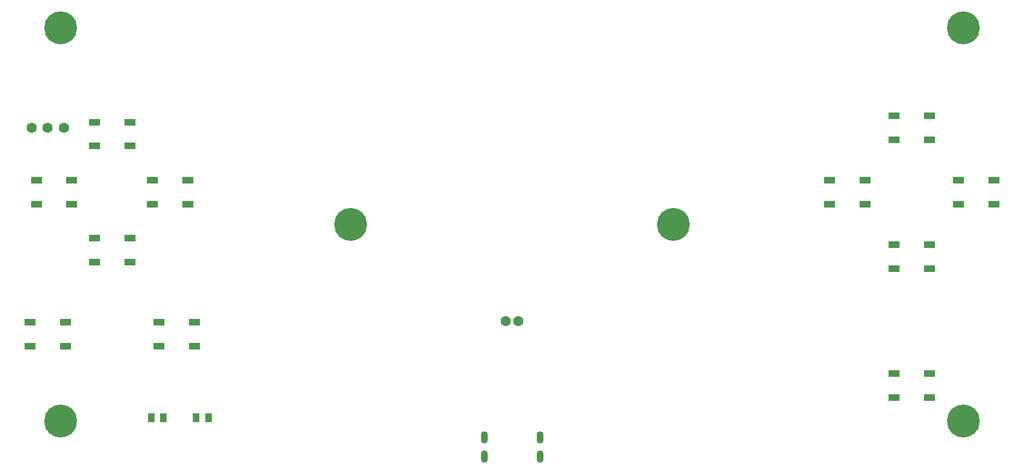
<source format=gts>
%TF.GenerationSoftware,KiCad,Pcbnew,9.0.7*%
%TF.CreationDate,2026-02-12T07:24:45+00:00*%
%TF.ProjectId,esp32-emu-turbo,65737033-322d-4656-9d75-2d747572626f,rev?*%
%TF.SameCoordinates,Original*%
%TF.FileFunction,Soldermask,Top*%
%TF.FilePolarity,Negative*%
%FSLAX46Y46*%
G04 Gerber Fmt 4.6, Leading zero omitted, Abs format (unit mm)*
G04 Created by KiCad (PCBNEW 9.0.7) date 2026-02-12 07:24:45*
%MOMM*%
%LPD*%
G01*
G04 APERTURE LIST*
G04 Aperture macros list*
%AMRoundRect*
0 Rectangle with rounded corners*
0 $1 Rounding radius*
0 $2 $3 $4 $5 $6 $7 $8 $9 X,Y pos of 4 corners*
0 Add a 4 corners polygon primitive as box body*
4,1,4,$2,$3,$4,$5,$6,$7,$8,$9,$2,$3,0*
0 Add four circle primitives for the rounded corners*
1,1,$1+$1,$2,$3*
1,1,$1+$1,$4,$5*
1,1,$1+$1,$6,$7*
1,1,$1+$1,$8,$9*
0 Add four rect primitives between the rounded corners*
20,1,$1+$1,$2,$3,$4,$5,0*
20,1,$1+$1,$4,$5,$6,$7,0*
20,1,$1+$1,$6,$7,$8,$9,0*
20,1,$1+$1,$8,$9,$2,$3,0*%
G04 Aperture macros list end*
%ADD10C,5.100000*%
%ADD11RoundRect,0.050000X-0.800000X-0.500000X0.800000X-0.500000X0.800000X0.500000X-0.800000X0.500000X0*%
%ADD12RoundRect,0.050000X-0.500000X-0.650000X0.500000X-0.650000X0.500000X0.650000X-0.500000X0.650000X0*%
%ADD13O,1.100000X1.900000*%
%ADD14C,1.600000*%
G04 APERTURE END LIST*
D10*
%TO.C,*%
X10000000Y-7000000D03*
%TD*%
%TO.C,*%
X150000000Y-7000000D03*
%TD*%
%TO.C,*%
X10000000Y-68000000D03*
%TD*%
%TO.C,*%
X150000000Y-68000000D03*
%TD*%
%TO.C,*%
X55000000Y-37500000D03*
%TD*%
%TO.C,*%
X105000000Y-37500000D03*
%TD*%
D11*
%TO.C,SW1*%
X15250000Y-21650000D03*
X15250000Y-25350000D03*
X20750000Y-21650000D03*
X20750000Y-25350000D03*
%TD*%
%TO.C,SW2*%
X15250000Y-39650000D03*
X15250000Y-43350000D03*
X20750000Y-39650000D03*
X20750000Y-43350000D03*
%TD*%
%TO.C,SW3*%
X6250000Y-30650000D03*
X6250000Y-34350000D03*
X11750000Y-30650000D03*
X11750000Y-34350000D03*
%TD*%
%TO.C,SW4*%
X24250000Y-30650000D03*
X24250000Y-34350000D03*
X29750000Y-30650000D03*
X29750000Y-34350000D03*
%TD*%
%TO.C,SW5*%
X139250000Y-20650000D03*
X139250000Y-24350000D03*
X144750000Y-20650000D03*
X144750000Y-24350000D03*
%TD*%
%TO.C,SW6*%
X149250000Y-30650000D03*
X149250000Y-34350000D03*
X154750000Y-30650000D03*
X154750000Y-34350000D03*
%TD*%
%TO.C,SW7*%
X139250000Y-40650000D03*
X139250000Y-44350000D03*
X144750000Y-40650000D03*
X144750000Y-44350000D03*
%TD*%
%TO.C,SW8*%
X129250000Y-30650000D03*
X129250000Y-34350000D03*
X134750000Y-30650000D03*
X134750000Y-34350000D03*
%TD*%
%TO.C,SW9*%
X5250000Y-52650000D03*
X5250000Y-56350000D03*
X10750000Y-52650000D03*
X10750000Y-56350000D03*
%TD*%
%TO.C,SW10*%
X25250000Y-52650000D03*
X25250000Y-56350000D03*
X30750000Y-52650000D03*
X30750000Y-56350000D03*
%TD*%
%TO.C,SW13*%
X139250000Y-60650000D03*
X139250000Y-64350000D03*
X144750000Y-60650000D03*
X144750000Y-64350000D03*
%TD*%
D12*
%TO.C,LED1*%
X24050000Y-67500000D03*
X25950000Y-67500000D03*
%TD*%
%TO.C,LED2*%
X31050000Y-67500000D03*
X32950000Y-67500000D03*
%TD*%
D13*
%TO.C,J1*%
X75680000Y-70500000D03*
X84320000Y-70500000D03*
X75680000Y-73500000D03*
X84320000Y-73500000D03*
%TD*%
D14*
%TO.C,SW_PWR*%
X5500000Y-22500000D03*
X8000000Y-22500000D03*
X10500000Y-22500000D03*
%TD*%
%TO.C,J3*%
X79000000Y-52500000D03*
X81000000Y-52500000D03*
%TD*%
M02*

</source>
